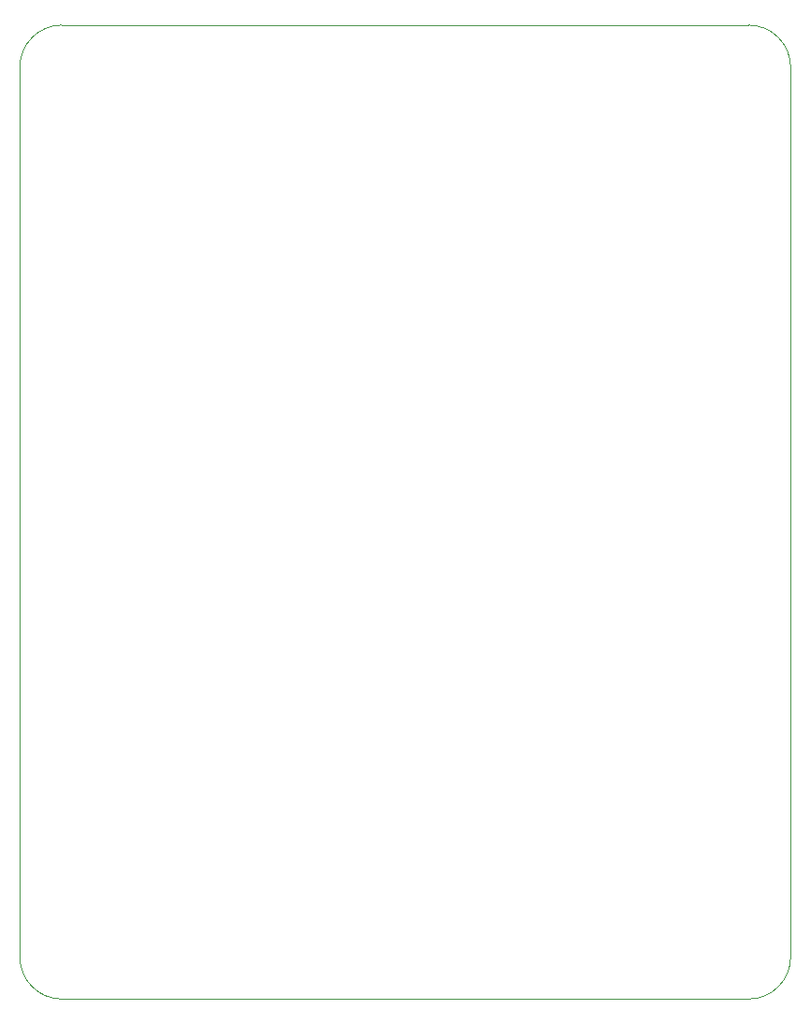
<source format=gbr>
G04 #@! TF.FileFunction,Profile,NP*
%FSLAX46Y46*%
G04 Gerber Fmt 4.6, Leading zero omitted, Abs format (unit mm)*
G04 Created by KiCad (PCBNEW 4.0.1-stable) date 04/17/17 03:19:07*
%MOMM*%
G01*
G04 APERTURE LIST*
%ADD10C,0.100000*%
G04 APERTURE END LIST*
D10*
X175260000Y-125095000D02*
X175260000Y-44450000D01*
X109220000Y-128905000D02*
X171450000Y-128905000D01*
X105410000Y-44450000D02*
X105410000Y-125095000D01*
X171450000Y-40640000D02*
X109220000Y-40640000D01*
X105410000Y-125095000D02*
G75*
G03X109220000Y-128905000I3810000J0D01*
G01*
X109220000Y-40640000D02*
G75*
G03X105410000Y-44450000I0J-3810000D01*
G01*
X175260000Y-44450000D02*
G75*
G03X171450000Y-40640000I-3810000J0D01*
G01*
X171450000Y-128905000D02*
G75*
G03X175260000Y-125095000I0J3810000D01*
G01*
M02*

</source>
